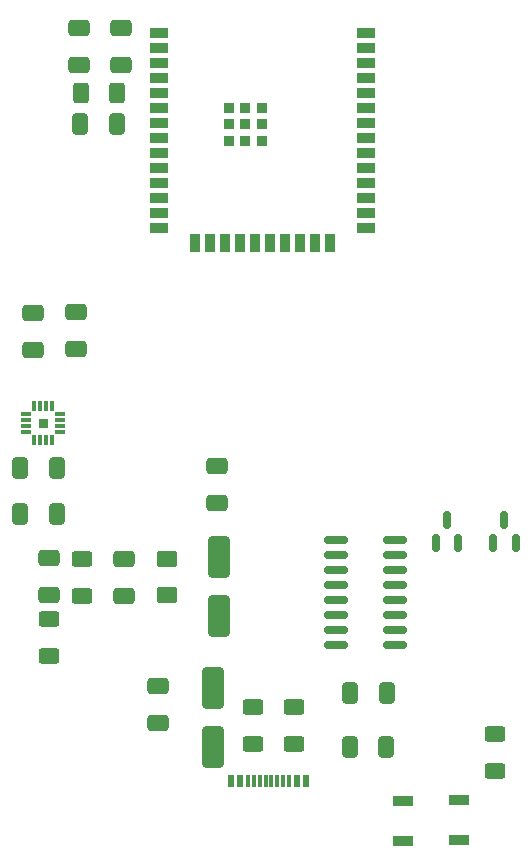
<source format=gbr>
%TF.GenerationSoftware,KiCad,Pcbnew,7.0.8*%
%TF.CreationDate,2025-04-01T23:17:51+07:00*%
%TF.ProjectId,esp32_smth,65737033-325f-4736-9d74-682e6b696361,rev?*%
%TF.SameCoordinates,Original*%
%TF.FileFunction,Paste,Top*%
%TF.FilePolarity,Positive*%
%FSLAX46Y46*%
G04 Gerber Fmt 4.6, Leading zero omitted, Abs format (unit mm)*
G04 Created by KiCad (PCBNEW 7.0.8) date 2025-04-01 23:17:51*
%MOMM*%
%LPD*%
G01*
G04 APERTURE LIST*
G04 Aperture macros list*
%AMRoundRect*
0 Rectangle with rounded corners*
0 $1 Rounding radius*
0 $2 $3 $4 $5 $6 $7 $8 $9 X,Y pos of 4 corners*
0 Add a 4 corners polygon primitive as box body*
4,1,4,$2,$3,$4,$5,$6,$7,$8,$9,$2,$3,0*
0 Add four circle primitives for the rounded corners*
1,1,$1+$1,$2,$3*
1,1,$1+$1,$4,$5*
1,1,$1+$1,$6,$7*
1,1,$1+$1,$8,$9*
0 Add four rect primitives between the rounded corners*
20,1,$1+$1,$2,$3,$4,$5,0*
20,1,$1+$1,$4,$5,$6,$7,0*
20,1,$1+$1,$6,$7,$8,$9,0*
20,1,$1+$1,$8,$9,$2,$3,0*%
G04 Aperture macros list end*
%ADD10C,0.010000*%
%ADD11R,0.540000X1.100000*%
%ADD12R,0.300000X1.100000*%
%ADD13RoundRect,0.250000X-0.650000X0.412500X-0.650000X-0.412500X0.650000X-0.412500X0.650000X0.412500X0*%
%ADD14RoundRect,0.250000X0.650000X-0.412500X0.650000X0.412500X-0.650000X0.412500X-0.650000X-0.412500X0*%
%ADD15RoundRect,0.150000X0.150000X-0.587500X0.150000X0.587500X-0.150000X0.587500X-0.150000X-0.587500X0*%
%ADD16RoundRect,0.033750X-0.386250X-0.101250X0.386250X-0.101250X0.386250X0.101250X-0.386250X0.101250X0*%
%ADD17RoundRect,0.033750X-0.101250X-0.386250X0.101250X-0.386250X0.101250X0.386250X-0.101250X0.386250X0*%
%ADD18RoundRect,0.250000X-0.625000X0.400000X-0.625000X-0.400000X0.625000X-0.400000X0.625000X0.400000X0*%
%ADD19RoundRect,0.250000X0.650000X-1.500000X0.650000X1.500000X-0.650000X1.500000X-0.650000X-1.500000X0*%
%ADD20RoundRect,0.250000X-0.412500X-0.650000X0.412500X-0.650000X0.412500X0.650000X-0.412500X0.650000X0*%
%ADD21RoundRect,0.250000X0.412500X0.650000X-0.412500X0.650000X-0.412500X-0.650000X0.412500X-0.650000X0*%
%ADD22R,1.500000X0.900000*%
%ADD23R,0.900000X1.500000*%
%ADD24R,0.900000X0.900000*%
%ADD25R,1.700000X0.900000*%
%ADD26RoundRect,0.150000X-0.825000X-0.150000X0.825000X-0.150000X0.825000X0.150000X-0.825000X0.150000X0*%
%ADD27RoundRect,0.250001X0.624999X-0.462499X0.624999X0.462499X-0.624999X0.462499X-0.624999X-0.462499X0*%
%ADD28RoundRect,0.250000X0.625000X-0.400000X0.625000X0.400000X-0.625000X0.400000X-0.625000X-0.400000X0*%
%ADD29RoundRect,0.250000X-0.650000X1.500000X-0.650000X-1.500000X0.650000X-1.500000X0.650000X1.500000X0*%
%ADD30RoundRect,0.250000X-0.400000X-0.625000X0.400000X-0.625000X0.400000X0.625000X-0.400000X0.625000X0*%
G04 APERTURE END LIST*
%TO.C,U3*%
D10*
X180525000Y-121400000D02*
X179825000Y-121400000D01*
X179825000Y-120700000D01*
X180525000Y-120700000D01*
X180525000Y-121400000D01*
G36*
X180525000Y-121400000D02*
G01*
X179825000Y-121400000D01*
X179825000Y-120700000D01*
X180525000Y-120700000D01*
X180525000Y-121400000D01*
G37*
%TD*%
D11*
%TO.C,J2*%
X196085000Y-151372500D03*
X196835000Y-151372500D03*
D12*
X198035000Y-151372500D03*
X199035000Y-151372500D03*
X199535000Y-151372500D03*
X200535000Y-151372500D03*
D11*
X201735000Y-151372500D03*
X202485000Y-151372500D03*
X202485000Y-151372500D03*
X201735000Y-151372500D03*
D12*
X201035000Y-151372500D03*
X200035000Y-151372500D03*
X198535000Y-151372500D03*
X197535000Y-151372500D03*
D11*
X196835000Y-151372500D03*
X196085000Y-151372500D03*
%TD*%
D13*
%TO.C,C2*%
X187075000Y-132562500D03*
X187075000Y-135687500D03*
%TD*%
D14*
%TO.C,C9*%
X183200000Y-90775000D03*
X183200000Y-87650000D03*
%TD*%
D15*
%TO.C,Q2*%
X218300000Y-131175000D03*
X220200000Y-131175000D03*
X219250000Y-129300000D03*
%TD*%
D14*
%TO.C,C7*%
X179325000Y-114887500D03*
X179325000Y-111762500D03*
%TD*%
D16*
%TO.C,U3*%
X178740000Y-120300000D03*
X178740000Y-120800000D03*
X178740000Y-121300000D03*
X178740000Y-121800000D03*
D17*
X179425000Y-122485000D03*
X179925000Y-122485000D03*
X180425000Y-122485000D03*
X180925000Y-122485000D03*
D16*
X181610000Y-121800000D03*
X181610000Y-121300000D03*
X181610000Y-120800000D03*
X181610000Y-120300000D03*
D17*
X180925000Y-119615000D03*
X180425000Y-119615000D03*
X179925000Y-119615000D03*
X179425000Y-119615000D03*
%TD*%
D18*
%TO.C,R6*%
X218450000Y-147425000D03*
X218450000Y-150525000D03*
%TD*%
D19*
%TO.C,D1*%
X195075000Y-137425000D03*
X195075000Y-132425000D03*
%TD*%
D20*
%TO.C,C5*%
X178287500Y-124875000D03*
X181412500Y-124875000D03*
%TD*%
D21*
%TO.C,C11*%
X209287500Y-143950000D03*
X206162500Y-143950000D03*
%TD*%
%TO.C,C13*%
X209275000Y-148500000D03*
X206150000Y-148500000D03*
%TD*%
D22*
%TO.C,U1*%
X190050000Y-88040000D03*
X190050000Y-89310000D03*
X190050000Y-90580000D03*
X190050000Y-91850000D03*
X190050000Y-93120000D03*
X190050000Y-94390000D03*
X190050000Y-95660000D03*
X190050000Y-96930000D03*
X190050000Y-98200000D03*
X190050000Y-99470000D03*
X190050000Y-100740000D03*
X190050000Y-102010000D03*
X190050000Y-103280000D03*
X190050000Y-104550000D03*
D23*
X193080000Y-105800000D03*
X194350000Y-105800000D03*
X195620000Y-105800000D03*
X196890000Y-105800000D03*
X198160000Y-105800000D03*
X199430000Y-105800000D03*
X200700000Y-105800000D03*
X201970000Y-105800000D03*
X203240000Y-105800000D03*
X204510000Y-105800000D03*
D22*
X207550000Y-104550000D03*
X207550000Y-103280000D03*
X207550000Y-102010000D03*
X207550000Y-100740000D03*
X207550000Y-99470000D03*
X207550000Y-98200000D03*
X207550000Y-96930000D03*
X207550000Y-95660000D03*
X207550000Y-94390000D03*
X207550000Y-93120000D03*
X207550000Y-91850000D03*
X207550000Y-90580000D03*
X207550000Y-89310000D03*
X207550000Y-88040000D03*
D24*
X195900000Y-94360000D03*
X195900000Y-94360000D03*
X195900000Y-95760000D03*
X195900000Y-97160000D03*
X195900000Y-97160000D03*
X197300000Y-94360000D03*
X197300000Y-95760000D03*
X197300000Y-97160000D03*
X197300000Y-97160000D03*
X198700000Y-94360000D03*
X198700000Y-95760000D03*
X198700000Y-97160000D03*
%TD*%
D25*
%TO.C,SW1*%
X210700000Y-153050000D03*
X210700000Y-156450000D03*
%TD*%
D21*
%TO.C,C10*%
X186450000Y-95775000D03*
X183325000Y-95775000D03*
%TD*%
D25*
%TO.C,SW2*%
X215400000Y-153000000D03*
X215400000Y-156400000D03*
%TD*%
D26*
%TO.C,U4*%
X205025000Y-130980000D03*
X205025000Y-132250000D03*
X205025000Y-133520000D03*
X205025000Y-134790000D03*
X205025000Y-136060000D03*
X205025000Y-137330000D03*
X205025000Y-138600000D03*
X205025000Y-139870000D03*
X209975000Y-139870000D03*
X209975000Y-138600000D03*
X209975000Y-137330000D03*
X209975000Y-136060000D03*
X209975000Y-134790000D03*
X209975000Y-133520000D03*
X209975000Y-132250000D03*
X209975000Y-130980000D03*
%TD*%
D27*
%TO.C,L1*%
X190675000Y-135587500D03*
X190675000Y-132612500D03*
%TD*%
D13*
%TO.C,C3*%
X180700000Y-132462500D03*
X180700000Y-135587500D03*
%TD*%
D28*
%TO.C,R4*%
X201475000Y-148200000D03*
X201475000Y-145100000D03*
%TD*%
D14*
%TO.C,C8*%
X186800000Y-90775000D03*
X186800000Y-87650000D03*
%TD*%
%TO.C,C1*%
X189900000Y-146487500D03*
X189900000Y-143362500D03*
%TD*%
D28*
%TO.C,R3*%
X198000000Y-148200000D03*
X198000000Y-145100000D03*
%TD*%
D20*
%TO.C,C4*%
X178287500Y-128775000D03*
X181412500Y-128775000D03*
%TD*%
D29*
%TO.C,D2*%
X194625000Y-143500000D03*
X194625000Y-148500000D03*
%TD*%
D14*
%TO.C,C6*%
X182950000Y-114812500D03*
X182950000Y-111687500D03*
%TD*%
%TO.C,C12*%
X194950000Y-127862500D03*
X194950000Y-124737500D03*
%TD*%
D15*
%TO.C,Q1*%
X213450000Y-131175000D03*
X215350000Y-131175000D03*
X214400000Y-129300000D03*
%TD*%
D30*
%TO.C,R5*%
X183375000Y-93150000D03*
X186475000Y-93150000D03*
%TD*%
D18*
%TO.C,R2*%
X183525000Y-132575000D03*
X183525000Y-135675000D03*
%TD*%
D28*
%TO.C,R1*%
X180675000Y-140750000D03*
X180675000Y-137650000D03*
%TD*%
M02*

</source>
